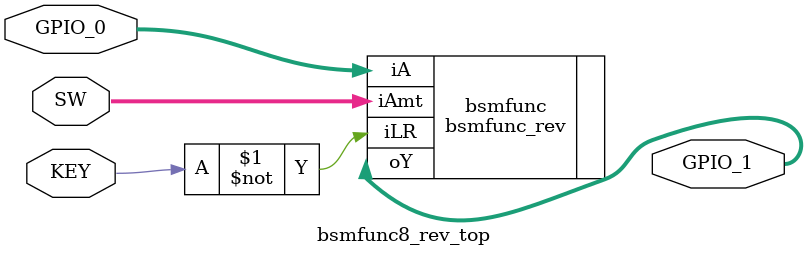
<source format=v>
module bsmfunc8_rev_top
	(
		input wire [7:0] GPIO_0,
		input wire [2:0] SW,
		input wire [0:0] KEY,
		output wire [7:0] GPIO_1
	);

	// 42 logic elements used
	// 15.11 ns worst case propagation delay
	bsmfunc_rev #(.N(8)) bsmfunc
		(.iA(GPIO_0), .iAmt(SW), .iLR(~KEY), .oY(GPIO_1));

endmodule

</source>
